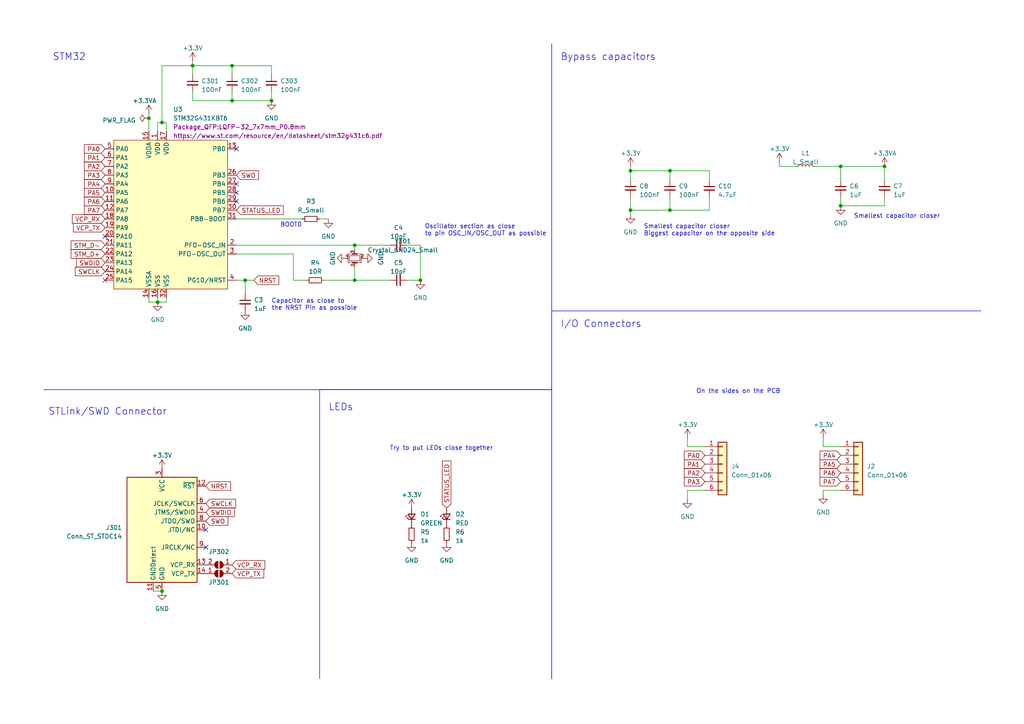
<source format=kicad_sch>
(kicad_sch (version 20231120) (generator "eeschema") (generator_version "8.0")
  (paper "A4")
  (title_block (title "Tuto USB-C") (date "2024-09-17") (rev "Jean-Philippe THOMAR") (company "ENSEA 3A ESE"))
  (lib_symbols
    (symbol "Connector:Conn_ST_STDC14"
      (property "Reference" "J" (at -8.89 16.51 0))
      (property "Value" "Conn_ST_STDC14" (at 17.78 16.51 0))
      (symbol "Conn_ST_STDC14_0_1"
        (rectangle (start -10.16 15.24) (end 10.16 -15.24) (stroke (width 0.254)) (fill (type background)))
      )
      (symbol "Conn_ST_STDC14_1_1"
        (pin no_connect line (at -10.16 5.08 0) (length 2.54) hide (name "NC") (number "1"))
        (pin output line (at 12.7 0 180) (length 2.54) (name "JTDI/NC") (number "10"))
        (pin passive line (at -2.54 -17.78 90) (length 2.54) (name "GNDDetect") (number "11"))
        (pin open_collector line (at 12.7 12.7 180) (length 2.54) (name "~{RST}") (number "12"))
        (pin output line (at 12.7 -10.16 180) (length 2.54) (name "VCP_RX") (number "13"))
        (pin input line (at 12.7 -12.7 180) (length 2.54) (name "VCP_TX") (number "14"))
        (pin no_connect line (at -10.16 2.54 0) (length 2.54) hide (name "NC") (number "2"))
        (pin power_in line (at 0 17.78 270) (length 2.54) (name "VCC") (number "3"))
        (pin bidirectional line (at 12.7 5.08 180) (length 2.54) (name "JTMS/SWDIO") (number "4"))
        (pin power_in line (at 0 -17.78 90) (length 2.54) (name "GND") (number "5"))
        (pin output line (at 12.7 7.62 180) (length 2.54) (name "JCLK/SWCLK") (number "6"))
        (pin passive line (at 0 -17.78 90) (length 2.54) hide (name "GND") (number "7"))
        (pin input line (at 12.7 2.54 180) (length 2.54) (name "JTDO/SWO") (number "8"))
        (pin input line (at 12.7 -5.08 180) (length 2.54) (name "JRCLK/NC") (number "9"))
      )
    )
    (symbol "Connector_Generic:Conn_01x06" (pin_names (offset 1.016) hide)
      (property "Reference" "J" (at 0 7.62 0))
      (property "Value" "Conn_01x06" (at 0 -10.16 0))
      (symbol "Conn_01x06_1_1"
        (rectangle (start -1.27 -7.493) (end 0 -7.747) (stroke (width 0.1524)))
        (rectangle (start -1.27 -4.953) (end 0 -5.207) (stroke (width 0.1524)))
        (rectangle (start -1.27 -2.413) (end 0 -2.667) (stroke (width 0.1524)))
        (rectangle (start -1.27 0.127) (end 0 -0.127) (stroke (width 0.1524)))
        (rectangle (start -1.27 2.667) (end 0 2.413) (stroke (width 0.1524)))
        (rectangle (start -1.27 5.207) (end 0 4.953) (stroke (width 0.1524)))
        (rectangle (start -1.27 6.35) (end 1.27 -8.89) (stroke (width 0.254)) (fill (type background)))
        (pin passive line (at -5.08 5.08 0) (length 3.81) (name "Pin_1") (number "1"))
        (pin passive line (at -5.08 2.54 0) (length 3.81) (name "Pin_2") (number "2"))
        (pin passive line (at -5.08 0 0) (length 3.81) (name "Pin_3") (number "3"))
        (pin passive line (at -5.08 -2.54 0) (length 3.81) (name "Pin_4") (number "4"))
        (pin passive line (at -5.08 -5.08 0) (length 3.81) (name "Pin_5") (number "5"))
        (pin passive line (at -5.08 -7.62 0) (length 3.81) (name "Pin_6") (number "6"))
      )
    )
    (symbol "Device:C_Small" (pin_numbers hide) (pin_names (offset 0.254) hide)
      (property "Reference" "C" (at 0.254 1.778 0))
      (property "Value" "C_Small" (at 0.254 -2.032 0))
      (symbol "C_Small_0_1"
        (polyline (pts (xy -1.524 -0.508) (xy 1.524 -0.508)) (stroke (width 0.3302)))
        (polyline (pts (xy -1.524 0.508) (xy 1.524 0.508)) (stroke (width 0.3048)))
      )
      (symbol "C_Small_1_1"
        (pin passive line (at 0 2.54 270) (length 2.032) (name "~") (number "1"))
        (pin passive line (at 0 -2.54 90) (length 2.032) (name "~") (number "2"))
      )
    )
    (symbol "Device:Crystal_GND24_Small" (pin_names (offset 1.016) hide)
      (property "Reference" "Y" (at 1.27 4.445 0))
      (property "Value" "Crystal_GND24_Small" (at 1.27 2.54 0))
      (symbol "Crystal_GND24_Small_0_1"
        (rectangle (start -0.762 -1.524) (end 0.762 1.524))
        (polyline (pts (xy -1.27 -0.762) (xy -1.27 0.762)) (stroke (width 0.381)))
        (polyline (pts (xy 1.27 -0.762) (xy 1.27 0.762)) (stroke (width 0.381)))
        (polyline (pts (xy -1.27 -1.27) (xy -1.27 -1.905) (xy 1.27 -1.905) (xy 1.27 -1.27)))
        (polyline (pts (xy -1.27 1.27) (xy -1.27 1.905) (xy 1.27 1.905) (xy 1.27 1.27)))
      )
      (symbol "Crystal_GND24_Small_1_1"
        (pin passive line (at -2.54 0 0) (length 1.27) (name "1") (number "1"))
        (pin passive line (at 0 -2.54 90) (length 0.635) (name "2") (number "2"))
        (pin passive line (at 2.54 0 180) (length 1.27) (name "3") (number "3"))
        (pin passive line (at 0 2.54 270) (length 0.635) (name "4") (number "4"))
      )
    )
    (symbol "Device:LED_Small" (pin_numbers hide) (pin_names (offset 0.254) hide)
      (property "Reference" "D" (at -1.27 3.175 0))
      (property "Value" "LED_Small" (at -4.445 -2.54 0))
      (symbol "LED_Small_0_1"
        (polyline (pts (xy -0.762 -1.016) (xy -0.762 1.016)) (stroke (width 0.254)))
        (polyline (pts (xy 1.016 0) (xy -0.762 0)))
        (polyline (pts (xy 0.762 -1.016) (xy -0.762 0) (xy 0.762 1.016) (xy 0.762 -1.016)) (stroke (width 0.254)))
        (polyline (pts (xy 0 0.762) (xy -0.508 1.27) (xy -0.254 1.27) (xy -0.508 1.27) (xy -0.508 1.016)))
        (polyline (pts (xy 0.508 1.27) (xy 0 1.778) (xy 0.254 1.778) (xy 0 1.778) (xy 0 1.524)))
      )
      (symbol "LED_Small_1_1"
        (pin passive line (at -2.54 0 0) (length 1.778) (name "K") (number "1"))
        (pin passive line (at 2.54 0 180) (length 1.778) (name "A") (number "2"))
      )
    )
    (symbol "Device:L_Small" (pin_numbers hide) (pin_names (offset 0.254) hide)
      (property "Reference" "L" (at 0.762 1.016 0))
      (property "Value" "L_Small" (at 0.762 -1.016 0))
      (symbol "L_Small_0_1"
        (arc (start 0 -2.032) (mid 0.5058 -1.524) (end 0 -1.016))
        (arc (start 0 -1.016) (mid 0.5058 -0.508) (end 0 0))
        (arc (start 0 0) (mid 0.5058 0.508) (end 0 1.016))
        (arc (start 0 1.016) (mid 0.5058 1.524) (end 0 2.032))
      )
      (symbol "L_Small_1_1"
        (pin passive line (at 0 2.54 270) (length 0.508) (name "~") (number "1"))
        (pin passive line (at 0 -2.54 90) (length 0.508) (name "~") (number "2"))
      )
    )
    (symbol "Device:R_Small" (pin_numbers hide) (pin_names (offset 0.254) hide)
      (property "Reference" "R" (at 0.762 0.508 0))
      (property "Value" "R_Small" (at 0.762 -1.016 0))
      (symbol "R_Small_0_1"
        (rectangle (start -0.762 1.778) (end 0.762 -1.778) (stroke (width 0.2032)))
      )
      (symbol "R_Small_1_1"
        (pin passive line (at 0 2.54 270) (length 0.762) (name "~") (number "1"))
        (pin passive line (at 0 -2.54 90) (length 0.762) (name "~") (number "2"))
      )
    )
    (symbol "Jumper:SolderJumper_2_Open" (pin_names (offset 0) hide)
      (property "Reference" "JP" (at 0 2.032 0))
      (property "Value" "SolderJumper_2_Open" (at 0 -2.54 0))
      (symbol "SolderJumper_2_Open_0_1"
        (arc (start -0.254 1.016) (mid -1.2656 0) (end -0.254 -1.016))
        (arc (start -0.254 1.016) (mid -1.2656 0) (end -0.254 -1.016) (fill (type outline)))
        (polyline (pts (xy -0.254 1.016) (xy -0.254 -1.016)))
        (polyline (pts (xy 0.254 1.016) (xy 0.254 -1.016)))
        (arc (start 0.254 -1.016) (mid 1.2656 0) (end 0.254 1.016))
        (arc (start 0.254 -1.016) (mid 1.2656 0) (end 0.254 1.016) (fill (type outline)))
      )
      (symbol "SolderJumper_2_Open_1_1"
        (pin passive line (at -3.81 0 0) (length 2.54) (name "A") (number "1"))
        (pin passive line (at 3.81 0 180) (length 2.54) (name "B") (number "2"))
      )
    )
    (symbol "STM32G431KBT6:STM32G431KBT6"
      (property "Reference" "U" (at 39.37 -7.62 0))
      (property "Value" "STM32G431KBT6" (at 49.53 -10.16 0))
      (property "Footprint" "Package_QFP:LQFP-32_7x7mm_P0.8mm" (at 53.34 -3.81 0))
      (property "Datasheet" "https://www.st.com/resource/en/datasheet/stm32g431c6.pdf" (at 64.77 -1.27 0))
      (symbol "STM32G431KBT6_0_1"
        (rectangle (start 16.51 -11.43) (end 49.53 -54.61) (fill (type background)))
      )
      (symbol "STM32G431KBT6_1_1"
        (pin power_in line (at 29.21 -8.89 270) (length 2.54) (name "VDD") (number "1"))
        (pin bidirectional line (at 13.97 -26.67 0) (length 2.54) (name "PA5") (number "10"))
        (pin bidirectional line (at 13.97 -29.21 0) (length 2.54) (name "PA6") (number "11"))
        (pin bidirectional line (at 13.97 -31.75 0) (length 2.54) (name "PA7") (number "12"))
        (pin bidirectional line (at 52.07 -13.97 180) (length 2.54) (name "PB0") (number "13"))
        (pin power_in line (at 26.67 -57.15 90) (length 2.54) (name "VSSA") (number "14"))
        (pin power_in line (at 26.67 -8.89 270) (length 2.54) (name "VDDA") (number "15"))
        (pin power_in line (at 29.21 -57.15 90) (length 2.54) (name "VSS") (number "16"))
        (pin power_in line (at 31.75 -8.89 270) (length 2.54) (name "VDD") (number "17"))
        (pin bidirectional line (at 13.97 -34.29 0) (length 2.54) (name "PA8") (number "18"))
        (pin bidirectional line (at 13.97 -36.83 0) (length 2.54) (name "PA9") (number "19"))
        (pin bidirectional line (at 52.07 -41.91 180) (length 2.54) (name "PFO-OSC_IN") (number "2"))
        (pin bidirectional line (at 13.97 -39.37 0) (length 2.54) (name "PA10") (number "20"))
        (pin bidirectional line (at 13.97 -41.91 0) (length 2.54) (name "PA11") (number "21"))
        (pin bidirectional line (at 13.97 -44.45 0) (length 2.54) (name "PA12") (number "22"))
        (pin bidirectional line (at 13.97 -46.99 0) (length 2.54) (name "PA13") (number "23"))
        (pin bidirectional line (at 13.97 -49.53 0) (length 2.54) (name "PA14") (number "24"))
        (pin bidirectional line (at 13.97 -52.07 0) (length 2.54) (name "PA15") (number "25"))
        (pin bidirectional line (at 52.07 -21.59 180) (length 2.54) (name "PB3") (number "26"))
        (pin bidirectional line (at 52.07 -24.13 180) (length 2.54) (name "PB4") (number "27"))
        (pin bidirectional line (at 52.07 -26.67 180) (length 2.54) (name "PB5") (number "28"))
        (pin bidirectional line (at 52.07 -29.21 180) (length 2.54) (name "PB6") (number "29"))
        (pin bidirectional line (at 52.07 -44.45 180) (length 2.54) (name "PFO-OSC_OUT") (number "3"))
        (pin bidirectional line (at 52.07 -31.75 180) (length 2.54) (name "PB7") (number "30"))
        (pin bidirectional line (at 52.07 -34.29 180) (length 2.54) (name "PB8-BOOT") (number "31"))
        (pin power_in line (at 31.75 -57.15 90) (length 2.54) (name "VSS") (number "32"))
        (pin bidirectional line (at 52.07 -52.07 180) (length 2.54) (name "PG10/NRST") (number "4"))
        (pin bidirectional line (at 13.97 -13.97 0) (length 2.54) (name "PA0") (number "5"))
        (pin bidirectional line (at 13.97 -16.51 0) (length 2.54) (name "PA1") (number "6"))
        (pin bidirectional line (at 13.97 -19.05 0) (length 2.54) (name "PA2") (number "7"))
        (pin bidirectional line (at 13.97 -21.59 0) (length 2.54) (name "PA3") (number "8"))
        (pin bidirectional line (at 13.97 -24.13 0) (length 2.54) (name "PA4") (number "9"))
      )
    )
    (symbol "power:+3.3V" (power) (pin_names (offset 0))
      (property "Value" "+3.3V" (at 0 3.556 0))
      (symbol "+3.3V_0_1"
        (polyline (pts (xy -0.762 1.27) (xy 0 2.54)))
        (polyline (pts (xy 0 0) (xy 0 2.54)))
        (polyline (pts (xy 0 2.54) (xy 0.762 1.27)))
      )
      (symbol "+3.3V_1_1"
        (pin power_in line (at 0 0 90) (length 0) hide (name "+3.3V") (number "1"))
      )
    )
    (symbol "power:+3.3VA" (power) (pin_names (offset 0))
      (property "Value" "+3.3VA" (at 0 3.556 0))
      (symbol "+3.3VA_0_1"
        (polyline (pts (xy -0.762 1.27) (xy 0 2.54)))
        (polyline (pts (xy 0 0) (xy 0 2.54)))
        (polyline (pts (xy 0 2.54) (xy 0.762 1.27)))
      )
      (symbol "+3.3VA_1_1"
        (pin power_in line (at 0 0 90) (length 0) hide (name "+3.3VA") (number "1"))
      )
    )
    (symbol "power:GND" (power) (pin_names (offset 0))
      (property "Value" "GND" (at 0 -3.81 0))
      (symbol "GND_0_1"
        (polyline (pts (xy 0 0) (xy 0 -1.27) (xy 1.27 -1.27) (xy 0 -2.54) (xy -1.27 -1.27) (xy 0 -1.27)))
      )
      (symbol "GND_1_1"
        (pin power_in line (at 0 0 270) (length 0) hide (name "GND") (number "1"))
      )
    )
    (symbol "power:PWR_FLAG" (power) (pin_numbers hide) (pin_names (offset 0) hide)
      (property "Value" "PWR_FLAG" (at 0 3.81 0))
      (symbol "PWR_FLAG_0_0"
        (pin power_out line (at 0 0 90) (length 0) (name "pwr") (number "1"))
      )
      (symbol "PWR_FLAG_0_1"
        (polyline (pts (xy 0 0) (xy 0 1.27) (xy -1.016 1.905) (xy 0 2.54) (xy 1.016 1.905) (xy 0 1.27)))
      )
    )
  )
  (junction (at 78.74 29.21))
  (junction (at 121.92 81.28))
  (junction (at 243.84 48.26))
  (junction (at 46.99 35.56))
  (junction (at 45.72 87.63))
  (junction (at 67.31 29.21))
  (junction (at 194.31 60.96))
  (junction (at 55.88 19.05))
  (junction (at 182.88 49.53))
  (junction (at 243.84 59.69))
  (junction (at 102.87 81.28))
  (junction (at 102.87 71.12))
  (junction (at 46.99 171.45))
  (junction (at 256.54 48.26))
  (junction (at 71.12 81.28))
  (junction (at 182.88 60.96))
  (junction (at 67.31 19.05))
  (junction (at 43.18 34.29))
  (junction (at 194.31 49.53))
  (no_connect (at 59.69 158.75))
  (no_connect (at 68.58 53.34))
  (no_connect (at 68.58 58.42))
  (no_connect (at 59.69 153.67))
  (no_connect (at 30.48 68.58))
  (no_connect (at 30.48 81.28))
  (no_connect (at 68.58 55.88))
  (no_connect (at 68.58 43.18))
  (wire (pts (xy 55.88 26.67) (xy 55.88 29.21)))
  (wire (pts (xy 43.18 86.36) (xy 43.18 87.63)))
  (polyline (pts (xy 160.02 12.7) (xy 160.02 196.85)))
  (wire (pts (xy 78.74 19.05) (xy 67.31 19.05)))
  (wire (pts (xy 204.47 142.24) (xy 199.39 142.24)))
  (wire (pts (xy 93.98 81.28) (xy 102.87 81.28)))
  (wire (pts (xy 45.72 38.1) (xy 45.72 35.56)))
  (wire (pts (xy 55.88 17.78) (xy 55.88 19.05)))
  (wire (pts (xy 85.09 81.28) (xy 88.9 81.28)))
  (wire (pts (xy 199.39 129.54) (xy 199.39 127)))
  (wire (pts (xy 68.58 73.66) (xy 85.09 73.66)))
  (wire (pts (xy 45.72 35.56) (xy 46.99 35.56)))
  (wire (pts (xy 68.58 63.5) (xy 87.63 63.5)))
  (wire (pts (xy 256.54 59.69) (xy 243.84 59.69)))
  (wire (pts (xy 44.45 171.45) (xy 46.99 171.45)))
  (wire (pts (xy 205.74 57.15) (xy 205.74 60.96)))
  (wire (pts (xy 48.26 87.63) (xy 48.26 86.36)))
  (wire (pts (xy 182.88 60.96) (xy 182.88 62.23)))
  (wire (pts (xy 67.31 19.05) (xy 67.31 21.59)))
  (wire (pts (xy 226.06 48.26) (xy 231.14 48.26)))
  (wire (pts (xy 85.09 73.66) (xy 85.09 81.28)))
  (wire (pts (xy 194.31 57.15) (xy 194.31 60.96)))
  (wire (pts (xy 243.84 48.26) (xy 243.84 52.07)))
  (wire (pts (xy 199.39 142.24) (xy 199.39 144.78)))
  (wire (pts (xy 102.87 81.28) (xy 102.87 77.47)))
  (wire (pts (xy 226.06 46.99) (xy 226.06 48.26)))
  (wire (pts (xy 194.31 49.53) (xy 182.88 49.53)))
  (polyline (pts (xy 92.71 113.03) (xy 92.71 196.85)))
  (wire (pts (xy 68.58 71.12) (xy 102.87 71.12)))
  (wire (pts (xy 182.88 57.15) (xy 182.88 60.96)))
  (wire (pts (xy 43.18 33.02) (xy 43.18 34.29)))
  (wire (pts (xy 243.84 129.54) (xy 238.76 129.54)))
  (wire (pts (xy 55.88 19.05) (xy 55.88 21.59)))
  (wire (pts (xy 118.11 81.28) (xy 121.92 81.28)))
  (wire (pts (xy 256.54 48.26) (xy 256.54 52.07)))
  (wire (pts (xy 102.87 71.12) (xy 102.87 72.39)))
  (wire (pts (xy 194.31 49.53) (xy 194.31 52.07)))
  (wire (pts (xy 78.74 21.59) (xy 78.74 19.05)))
  (wire (pts (xy 204.47 129.54) (xy 199.39 129.54)))
  (wire (pts (xy 78.74 29.21) (xy 67.31 29.21)))
  (wire (pts (xy 55.88 19.05) (xy 46.99 19.05)))
  (wire (pts (xy 243.84 57.15) (xy 243.84 59.69)))
  (polyline (pts (xy 92.71 113.03) (xy 160.02 113.03)))
  (wire (pts (xy 67.31 26.67) (xy 67.31 29.21)))
  (wire (pts (xy 92.71 63.5) (xy 95.25 63.5)))
  (wire (pts (xy 205.74 60.96) (xy 194.31 60.96)))
  (polyline (pts (xy 12.7 113.03) (xy 160.02 113.03)))
  (wire (pts (xy 43.18 87.63) (xy 45.72 87.63)))
  (wire (pts (xy 78.74 26.67) (xy 78.74 29.21)))
  (wire (pts (xy 182.88 48.26) (xy 182.88 49.53)))
  (wire (pts (xy 238.76 142.24) (xy 238.76 143.51)))
  (wire (pts (xy 45.72 87.63) (xy 48.26 87.63)))
  (wire (pts (xy 67.31 29.21) (xy 55.88 29.21)))
  (wire (pts (xy 45.72 86.36) (xy 45.72 87.63)))
  (wire (pts (xy 102.87 81.28) (xy 113.03 81.28)))
  (wire (pts (xy 71.12 81.28) (xy 71.12 85.09)))
  (wire (pts (xy 121.92 71.12) (xy 121.92 81.28)))
  (wire (pts (xy 71.12 81.28) (xy 73.66 81.28)))
  (wire (pts (xy 102.87 71.12) (xy 113.03 71.12)))
  (wire (pts (xy 236.22 48.26) (xy 243.84 48.26)))
  (wire (pts (xy 194.31 60.96) (xy 182.88 60.96)))
  (wire (pts (xy 46.99 35.56) (xy 48.26 35.56)))
  (wire (pts (xy 68.58 81.28) (xy 71.12 81.28)))
  (wire (pts (xy 256.54 57.15) (xy 256.54 59.69)))
  (wire (pts (xy 243.84 48.26) (xy 256.54 48.26)))
  (wire (pts (xy 43.18 34.29) (xy 43.18 38.1)))
  (wire (pts (xy 48.26 35.56) (xy 48.26 38.1)))
  (wire (pts (xy 118.11 71.12) (xy 121.92 71.12)))
  (wire (pts (xy 205.74 49.53) (xy 194.31 49.53)))
  (polyline (pts (xy 160.02 196.85) (xy 160.02 113.03)))
  (polyline (pts (xy 160.02 113.03) (xy 92.71 113.03)))
  (wire (pts (xy 182.88 49.53) (xy 182.88 52.07)))
  (polyline (pts (xy 160.02 90.17) (xy 284.48 90.17)))
  (wire (pts (xy 67.31 19.05) (xy 55.88 19.05)))
  (polyline (pts (xy 160.02 113.03) (xy 160.02 90.17)))
  (wire (pts (xy 46.99 19.05) (xy 46.99 35.56)))
  (wire (pts (xy 243.84 142.24) (xy 238.76 142.24)))
  (wire (pts (xy 205.74 52.07) (xy 205.74 49.53)))
  (wire (pts (xy 238.76 129.54) (xy 238.76 127)))
  (text "STM32" (at 15.24 17.78 0) (effects (font (size 2 2)) (justify left bottom)))
  (text "Bypass capacitors" (at 162.56 17.78 0) (effects (font (size 2 2)) (justify left bottom)))
  (text "Oscillator section as close \nto pin OSC_IN/OSC_OUT as possible" (at 123.19 68.58 0) (effects (font (size 1.27 1.27)) (justify left bottom)))
  (text "LEDs" (at 95.25 119.38 0) (effects (font (size 2 2)) (justify left bottom)))
  (text "On the sides on the PCB" (at 201.93 114.3 0) (effects (font (size 1.27 1.27)) (justify left bottom)))
  (text "Try to put LEDs close together" (at 113.03 130.81 0) (effects (font (size 1.27 1.27)) (justify left bottom)))
  (text "Smallest capacitor closer \nBiggest capacitor on the opposite side" (at 186.69 68.58 0) (effects (font (size 1.27 1.27)) (justify left bottom)))
  (text "Smallest capacitor closer" (at 247.65 63.5 0) (effects (font (size 1.27 1.27)) (justify left bottom)))
  (text "STLink/SWD Connector" (at 13.97 120.65 0) (effects (font (size 2 2)) (justify left bottom)))
  (text "Capacitor as close to \nthe NRST Pin as possible" (at 78.74 90.17 0) (effects (font (size 1.27 1.27)) (justify left bottom)))
  (text "BOOT0" (at 81.28 66.04 0) (effects (font (size 1.27 1.27)) (justify left bottom)))
  (text "I/O Connectors" (at 162.56 95.25 0) (effects (font (size 2 2)) (justify left bottom)))
  (global_label "STM_D+" (shape input) (at 30.48 73.66 180) (property "Intersheetrefs" "${INTERSHEET_REFS}" (effects (hide yes))))
  (global_label "PA5" (shape input) (at 243.84 134.62 180) (property "Intersheetrefs" "${INTERSHEET_REFS}" (effects (hide yes))))
  (global_label "PA4" (shape input) (at 30.48 53.34 180) (property "Intersheetrefs" "${INTERSHEET_REFS}" (effects (hide yes))))
  (global_label "NRST" (shape input) (at 59.69 140.97 0) (property "Intersheetrefs" "${INTERSHEET_REFS}" (effects (hide yes))))
  (global_label "PA2" (shape input) (at 204.47 137.16 180) (property "Intersheetrefs" "${INTERSHEET_REFS}" (effects (hide yes))))
  (global_label "PA7" (shape input) (at 243.84 139.7 180) (property "Intersheetrefs" "${INTERSHEET_REFS}" (effects (hide yes))))
  (global_label "SWO" (shape input) (at 68.58 50.8 0) (property "Intersheetrefs" "${INTERSHEET_REFS}" (effects (hide yes))))
  (global_label "PA1" (shape input) (at 204.47 134.62 180) (property "Intersheetrefs" "${INTERSHEET_REFS}" (effects (hide yes))))
  (global_label "SWDIO" (shape input) (at 59.69 148.59 0) (property "Intersheetrefs" "${INTERSHEET_REFS}" (effects (hide yes))))
  (global_label "PA0" (shape input) (at 204.47 132.08 180) (property "Intersheetrefs" "${INTERSHEET_REFS}" (effects (hide yes))))
  (global_label "VCP_RX" (shape input) (at 67.31 163.83 0) (property "Intersheetrefs" "${INTERSHEET_REFS}" (effects (hide yes))))
  (global_label "PA5" (shape input) (at 30.48 55.88 180) (property "Intersheetrefs" "${INTERSHEET_REFS}" (effects (hide yes))))
  (global_label "NRST" (shape input) (at 73.66 81.28 0) (property "Intersheetrefs" "${INTERSHEET_REFS}" (effects (hide yes))))
  (global_label "VCP_TX" (shape input) (at 67.31 166.37 0) (property "Intersheetrefs" "${INTERSHEET_REFS}" (effects (hide yes))))
  (global_label "VCP_RX" (shape input) (at 30.48 63.5 180) (property "Intersheetrefs" "${INTERSHEET_REFS}" (effects (hide yes))))
  (global_label "VCP_TX" (shape input) (at 30.48 66.04 180) (property "Intersheetrefs" "${INTERSHEET_REFS}" (effects (hide yes))))
  (global_label "PA1" (shape input) (at 30.48 45.72 180) (property "Intersheetrefs" "${INTERSHEET_REFS}" (effects (hide yes))))
  (global_label "PA4" (shape input) (at 243.84 132.08 180) (property "Intersheetrefs" "${INTERSHEET_REFS}" (effects (hide yes))))
  (global_label "STM_D-" (shape input) (at 30.48 71.12 180) (property "Intersheetrefs" "${INTERSHEET_REFS}" (effects (hide yes))))
  (global_label "PA0" (shape input) (at 30.48 43.18 180) (property "Intersheetrefs" "${INTERSHEET_REFS}" (effects (hide yes))))
  (global_label "PA6" (shape input) (at 30.48 58.42 180) (property "Intersheetrefs" "${INTERSHEET_REFS}" (effects (hide yes))))
  (global_label "PA3" (shape input) (at 30.48 50.8 180) (property "Intersheetrefs" "${INTERSHEET_REFS}" (effects (hide yes))))
  (global_label "PA7" (shape input) (at 30.48 60.96 180) (property "Intersheetrefs" "${INTERSHEET_REFS}" (effects (hide yes))))
  (global_label "STATUS_LED" (shape input) (at 68.58 60.96 0) (property "Intersheetrefs" "${INTERSHEET_REFS}" (effects (hide yes))))
  (global_label "SWCLK" (shape input) (at 59.69 146.05 0) (property "Intersheetrefs" "${INTERSHEET_REFS}" (effects (hide yes))))
  (global_label "PA6" (shape input) (at 243.84 137.16 180) (property "Intersheetrefs" "${INTERSHEET_REFS}" (effects (hide yes))))
  (global_label "SWDIO" (shape input) (at 30.48 76.2 180) (property "Intersheetrefs" "${INTERSHEET_REFS}" (effects (hide yes))))
  (global_label "SWCLK" (shape input) (at 30.48 78.74 180) (property "Intersheetrefs" "${INTERSHEET_REFS}" (effects (hide yes))))
  (global_label "SWO" (shape input) (at 59.69 151.13 0) (property "Intersheetrefs" "${INTERSHEET_REFS}" (effects (hide yes))))
  (global_label "STATUS_LED" (shape input) (at 129.54 147.32 90) (property "Intersheetrefs" "${INTERSHEET_REFS}" (effects (hide yes))))
  (global_label "PA3" (shape input) (at 204.47 139.7 180) (property "Intersheetrefs" "${INTERSHEET_REFS}" (effects (hide yes))))
  (global_label "PA2" (shape input) (at 30.48 48.26 180) (property "Intersheetrefs" "${INTERSHEET_REFS}" (effects (hide yes))))
  (symbol (lib_id "Device:C_Small") (at 115.57 71.12 270) (unit 1)
    (property "Reference" "C4" (at 115.5636 66.04 90))
    (property "Value" "10pF" (at 115.5636 68.58 90))
    (property "Footprint" "Capacitor_SMD:C_0603_1608Metric_Pad1.08x0.95mm_HandSolder" (effects (hide yes)))
  )
  (symbol (lib_id "power:GND") (at 95.25 63.5 0) (unit 1)
    (property "Reference" "#PWR013" (effects (hide yes)))
    (property "Value" "GND" (at 95.25 68.58 0))
  )
  (symbol (lib_id "power:GND") (at 238.76 143.51 0) (unit 1)
    (property "Reference" "#PWR021" (effects (hide yes)))
    (property "Value" "GND" (at 238.76 148.59 0))
  )
  (symbol (lib_id "power:+3.3V") (at 199.39 127 0) (unit 1)
    (property "Reference" "#PWR018" (effects (hide yes)))
    (property "Value" "+3.3V" (at 199.39 123.19 0))
  )
  (symbol (lib_id "Device:C_Small") (at 205.74 54.61 0) (unit 1)
    (property "Reference" "C10" (at 208.28 53.9813 0) (effects (justify left)))
    (property "Value" "4.7uF" (at 208.28 56.5213 0) (effects (justify left)))
    (property "Footprint" "Capacitor_SMD:C_0603_1608Metric_Pad1.08x0.95mm_HandSolder" (effects (hide yes)))
  )
  (symbol (lib_id "Connector_Generic:Conn_01x06") (at 209.55 134.62 0) (unit 1)
    (property "Reference" "J4" (at 212.09 135.255 0) (effects (justify left)))
    (property "Value" "Conn_01x06" (at 212.09 137.795 0) (effects (justify left)))
    (property "Footprint" "Connector_PinHeader_2.54mm:PinHeader_1x06_P2.54mm_Vertical" (effects (hide yes)))
  )
  (symbol (lib_id "Device:C_Small") (at 115.57 81.28 90) (unit 1)
    (property "Reference" "C5" (at 115.5763 76.2 90))
    (property "Value" "10pF" (at 115.5763 78.74 90))
    (property "Footprint" "Capacitor_SMD:C_0603_1608Metric_Pad1.08x0.95mm_HandSolder" (effects (hide yes)))
  )
  (symbol (lib_id "power:GND") (at 199.39 144.78 0) (unit 1)
    (property "Reference" "#PWR020" (effects (hide yes)))
    (property "Value" "GND" (at 199.39 149.86 0))
  )
  (symbol (lib_id "power:GND") (at 46.99 171.45 0) (unit 1)
    (property "Reference" "#PWR0304" (effects (hide yes)))
    (property "Value" "GND" (at 46.99 176.53 0))
  )
  (symbol (lib_id "Device:C_Small") (at 67.31 24.13 0) (unit 1)
    (property "Reference" "C302" (at 69.85 23.5013 0) (effects (justify left)))
    (property "Value" "100nF" (at 69.85 26.0413 0) (effects (justify left)))
    (property "Footprint" "Capacitor_SMD:C_0603_1608Metric_Pad1.08x0.95mm_HandSolder" (effects (hide yes)))
  )
  (symbol (lib_id "power:GND") (at 182.88 62.23 0) (unit 1)
    (property "Reference" "#PWR027" (effects (hide yes)))
    (property "Value" "GND" (at 182.88 67.31 0))
  )
  (symbol (lib_id "power:+3.3V") (at 119.38 147.32 0) (unit 1)
    (property "Reference" "#PWR024" (effects (hide yes)))
    (property "Value" "+3.3V" (at 119.38 143.51 0))
  )
  (symbol (lib_id "Device:C_Small") (at 256.54 54.61 0) (unit 1)
    (property "Reference" "C7" (at 259.08 53.9813 0) (effects (justify left)))
    (property "Value" "1uF" (at 259.08 56.5213 0) (effects (justify left)))
    (property "Footprint" "Capacitor_SMD:C_0603_1608Metric_Pad1.08x0.95mm_HandSolder" (effects (hide yes)))
  )
  (symbol (lib_id "Device:R_Small") (at 129.54 154.94 0) (unit 1)
    (property "Reference" "R6" (at 132.08 154.305 0) (effects (justify left)))
    (property "Value" "1k" (at 132.08 156.845 0) (effects (justify left)))
    (property "Footprint" "Resistor_SMD:R_0603_1608Metric_Pad0.98x0.95mm_HandSolder" (effects (hide yes)))
  )
  (symbol (lib_id "Device:R_Small") (at 90.17 63.5 90) (unit 1)
    (property "Reference" "R3" (at 90.17 58.42 90))
    (property "Value" "R_Small" (at 90.17 60.96 90))
    (property "Footprint" "Resistor_SMD:R_0603_1608Metric_Pad0.98x0.95mm_HandSolder" (effects (hide yes)))
  )
  (symbol (lib_id "power:+3.3V") (at 55.88 17.78 0) (unit 1)
    (property "Reference" "#PWR0302" (effects (hide yes)))
    (property "Value" "+3.3V" (at 55.88 13.97 0))
  )
  (symbol (lib_id "power:GND") (at 129.54 157.48 0) (unit 1)
    (property "Reference" "#PWR023" (effects (hide yes)))
    (property "Value" "GND" (at 129.54 162.56 0))
  )
  (symbol (lib_id "Device:R_Small") (at 91.44 81.28 270) (unit 1)
    (property "Reference" "R4" (at 91.44 76.2 90))
    (property "Value" "10R" (at 91.44 78.74 90))
    (property "Footprint" "Resistor_SMD:R_0603_1608Metric_Pad0.98x0.95mm_HandSolder" (effects (hide yes)))
  )
  (symbol (lib_id "Device:R_Small") (at 119.38 154.94 0) (unit 1)
    (property "Reference" "R5" (at 121.92 154.305 0) (effects (justify left)))
    (property "Value" "1k" (at 121.92 156.845 0) (effects (justify left)))
    (property "Footprint" "Resistor_SMD:R_0603_1608Metric_Pad0.98x0.95mm_HandSolder" (effects (hide yes)))
  )
  (symbol (lib_id "Device:C_Small") (at 194.31 54.61 0) (unit 1)
    (property "Reference" "C9" (at 196.85 53.9813 0) (effects (justify left)))
    (property "Value" "100nF" (at 196.85 56.5213 0) (effects (justify left)))
    (property "Footprint" "Capacitor_SMD:C_0603_1608Metric_Pad1.08x0.95mm_HandSolder" (effects (hide yes)))
  )
  (symbol (lib_id "Jumper:SolderJumper_2_Open") (at 63.5 166.37 0) (unit 1)
    (property "Reference" "JP301" (at 63.5 168.91 0))
    (property "Value" "SolderJumper_2_Open" (effects (hide yes)))
    (property "Footprint" "Jumper:SolderJumper-2_P1.3mm_Open_TrianglePad1.0x1.5mm" (effects (hide yes)))
  )
  (symbol (lib_id "Device:L_Small") (at 233.68 48.26 90) (unit 1)
    (property "Reference" "L1" (at 233.68 44.45 90))
    (property "Value" "L_Small" (at 233.68 46.99 90))
    (property "Footprint" "Resistor_SMD:R_0603_1608Metric_Pad0.98x0.95mm_HandSolder" (effects (hide yes)))
  )
  (symbol (lib_id "power:GND") (at 78.74 29.21 0) (unit 1)
    (property "Reference" "#PWR0305" (effects (hide yes)))
    (property "Value" "GND" (at 78.74 34.29 0))
  )
  (symbol (lib_id "power:GND") (at 45.72 87.63 0) (unit 1)
    (property "Reference" "#PWR08" (effects (hide yes)))
    (property "Value" "GND" (at 45.72 92.71 0))
  )
  (symbol (lib_id "power:GND") (at 119.38 157.48 0) (unit 1)
    (property "Reference" "#PWR022" (effects (hide yes)))
    (property "Value" "GND" (at 119.38 162.56 0))
  )
  (symbol (lib_id "STM32G431KBT6:STM32G431KBT6") (at 16.51 29.21 0) (unit 1)
    (property "Reference" "U3" (at 50.2159 31.75 0) (effects (justify left)))
    (property "Value" "STM32G431KBT6" (at 50.2159 34.29 0) (effects (justify left)))
    (property "Footprint" "Package_QFP:LQFP-32_7x7mm_P0.8mm" (at 50.2159 36.83 0) (effects (justify left)))
    (property "Datasheet" "https://www.st.com/resource/en/datasheet/stm32g431c6.pdf" (at 50.2159 39.37 0) (effects (justify left)))
  )
  (symbol (lib_id "power:+3.3VA") (at 43.18 33.02 0) (unit 1)
    (property "Reference" "#PWR015" (effects (hide yes)))
    (property "Value" "+3.3VA" (at 41.91 29.21 0))
  )
  (symbol (lib_id "power:+3.3VA") (at 256.54 48.26 0) (unit 1)
    (property "Reference" "#PWR0301" (effects (hide yes)))
    (property "Value" "+3.3VA" (at 256.54 44.45 0))
  )
  (symbol (lib_id "power:+3.3V") (at 182.88 48.26 0) (unit 1)
    (property "Reference" "#PWR028" (effects (hide yes)))
    (property "Value" "+3.3V" (at 182.88 44.45 0))
  )
  (symbol (lib_id "power:PWR_FLAG") (at 43.18 34.29 90) (unit 1)
    (property "Reference" "#FLG0301" (effects (hide yes)))
    (property "Value" "PWR_FLAG" (at 39.37 34.925 90) (effects (justify left)))
  )
  (symbol (lib_id "Connector:Conn_ST_STDC14") (at 46.99 153.67 0) (unit 1)
    (property "Reference" "J301" (at 35.4321 153.035 0) (effects (justify right)))
    (property "Value" "Conn_ST_STDC14" (at 35.4321 155.575 0) (effects (justify right)))
    (property "Footprint" "Connector_PinHeader_1.27mm:PinHeader_2x07_P1.27mm_Vertical_SMD" (effects (hide yes)))
    (property "Datasheet" "https://www.st.com/content/ccc/resource/technical/document/user_manual/group1/99/49/91/b6/b2/3a/46/e5/DM00526767/files/DM00526767.pdf/jcr:content/translations/en.DM00526767.pdf" (effects (hide yes)))
  )
  (symbol (lib_id "power:GND") (at 121.92 81.28 0) (unit 1)
    (property "Reference" "#PWR016" (effects (hide yes)))
    (property "Value" "GND" (at 121.92 86.36 0))
  )
  (symbol (lib_id "power:+3.3V") (at 226.06 46.99 0) (unit 1)
    (property "Reference" "#PWR025" (effects (hide yes)))
    (property "Value" "+3.3V" (at 226.06 43.18 0))
  )
  (symbol (lib_id "Device:C_Small") (at 78.74 24.13 0) (unit 1)
    (property "Reference" "C303" (at 81.28 23.5013 0) (effects (justify left)))
    (property "Value" "100nF" (at 81.28 26.0413 0) (effects (justify left)))
    (property "Footprint" "Capacitor_SMD:C_0603_1608Metric_Pad1.08x0.95mm_HandSolder" (effects (hide yes)))
  )
  (symbol (lib_id "power:GND") (at 100.33 74.93 270) (unit 1)
    (property "Reference" "#PWR011" (effects (hide yes)))
    (property "Value" "GND" (at 96.52 74.93 0))
  )
  (symbol (lib_id "Device:LED_Small") (at 129.54 149.86 90) (unit 1)
    (property "Reference" "D2" (at 132.08 149.1615 90) (effects (justify right)))
    (property "Value" "RED" (at 132.08 151.7015 90) (effects (justify right)))
    (property "Footprint" "LED_SMD:LED_0603_1608Metric_Pad1.05x0.95mm_HandSolder" (effects (hide yes)))
  )
  (symbol (lib_id "Device:C_Small") (at 243.84 54.61 0) (unit 1)
    (property "Reference" "C6" (at 246.38 53.9813 0) (effects (justify left)))
    (property "Value" "1uF" (at 246.38 56.5213 0) (effects (justify left)))
    (property "Footprint" "Capacitor_SMD:C_0603_1608Metric_Pad1.08x0.95mm_HandSolder" (effects (hide yes)))
  )
  (symbol (lib_id "Device:C_Small") (at 71.12 87.63 0) (unit 1)
    (property "Reference" "C3" (at 73.66 87.0013 0) (effects (justify left)))
    (property "Value" "1uF" (at 73.66 89.5413 0) (effects (justify left)))
    (property "Footprint" "Capacitor_SMD:C_0603_1608Metric_Pad1.08x0.95mm_HandSolder" (effects (hide yes)))
  )
  (symbol (lib_id "Device:LED_Small") (at 119.38 149.86 90) (unit 1)
    (property "Reference" "D1" (at 121.92 149.1615 90) (effects (justify right)))
    (property "Value" "GREEN" (at 121.92 151.7015 90) (effects (justify right)))
    (property "Footprint" "LED_SMD:LED_0603_1608Metric_Pad1.05x0.95mm_HandSolder" (effects (hide yes)))
  )
  (symbol (lib_id "Jumper:SolderJumper_2_Open") (at 63.5 163.83 180) (unit 1)
    (property "Reference" "JP302" (at 63.5 160.02 0))
    (property "Value" "SolderJumper_2_Open" (effects (hide yes)))
    (property "Footprint" "Jumper:SolderJumper-2_P1.3mm_Open_TrianglePad1.0x1.5mm" (effects (hide yes)))
  )
  (symbol (lib_id "power:GND") (at 243.84 59.69 0) (unit 1)
    (property "Reference" "#PWR026" (effects (hide yes)))
    (property "Value" "GND" (at 243.84 64.77 0))
  )
  (symbol (lib_id "power:+3.3V") (at 238.76 127 0) (unit 1)
    (property "Reference" "#PWR019" (effects (hide yes)))
    (property "Value" "+3.3V" (at 238.76 123.19 0))
  )
  (symbol (lib_id "Device:C_Small") (at 182.88 54.61 0) (unit 1)
    (property "Reference" "C8" (at 185.42 53.9813 0) (effects (justify left)))
    (property "Value" "100nF" (at 185.42 56.5213 0) (effects (justify left)))
    (property "Footprint" "Capacitor_SMD:C_0603_1608Metric_Pad1.08x0.95mm_HandSolder" (effects (hide yes)))
  )
  (symbol (lib_id "Device:Crystal_GND24_Small") (at 102.87 74.93 90) (unit 1)
    (property "Reference" "Y301" (at 116.84 69.9768 90))
    (property "Value" "Crystal_GND24_Small" (at 116.84 72.5168 90))
    (property "Description" "Four pin crystal, GND on pins 2 and 4, small symbol" (effects (hide yes)))
  )
  (symbol (lib_id "power:+3.3V") (at 46.99 135.89 0) (unit 1)
    (property "Reference" "#PWR0303" (effects (hide yes)))
    (property "Value" "+3.3V" (at 46.99 132.08 0))
  )
  (symbol (lib_id "power:GND") (at 71.12 90.17 0) (unit 1)
    (property "Reference" "#PWR09" (effects (hide yes)))
    (property "Value" "GND" (at 71.12 95.25 0))
  )
  (symbol (lib_id "Device:C_Small") (at 55.88 24.13 0) (unit 1)
    (property "Reference" "C301" (at 58.42 23.5013 0) (effects (justify left)))
    (property "Value" "100nF" (at 58.42 26.0413 0) (effects (justify left)))
    (property "Footprint" "Capacitor_SMD:C_0603_1608Metric_Pad1.08x0.95mm_HandSolder" (effects (hide yes)))
  )
  (symbol (lib_id "Connector_Generic:Conn_01x06") (at 248.92 134.62 0) (unit 1)
    (property "Reference" "J2" (at 251.46 135.255 0) (effects (justify left)))
    (property "Value" "Conn_01x06" (at 251.46 137.795 0) (effects (justify left)))
    (property "Footprint" "Connector_PinHeader_2.54mm:PinHeader_1x06_P2.54mm_Vertical" (effects (hide yes)))
  )
  (symbol (lib_id "power:GND") (at 105.41 74.93 90) (unit 1)
    (property "Reference" "#PWR012" (effects (hide yes)))
    (property "Value" "GND" (at 110.49 74.93 0))
  )
)
</source>
